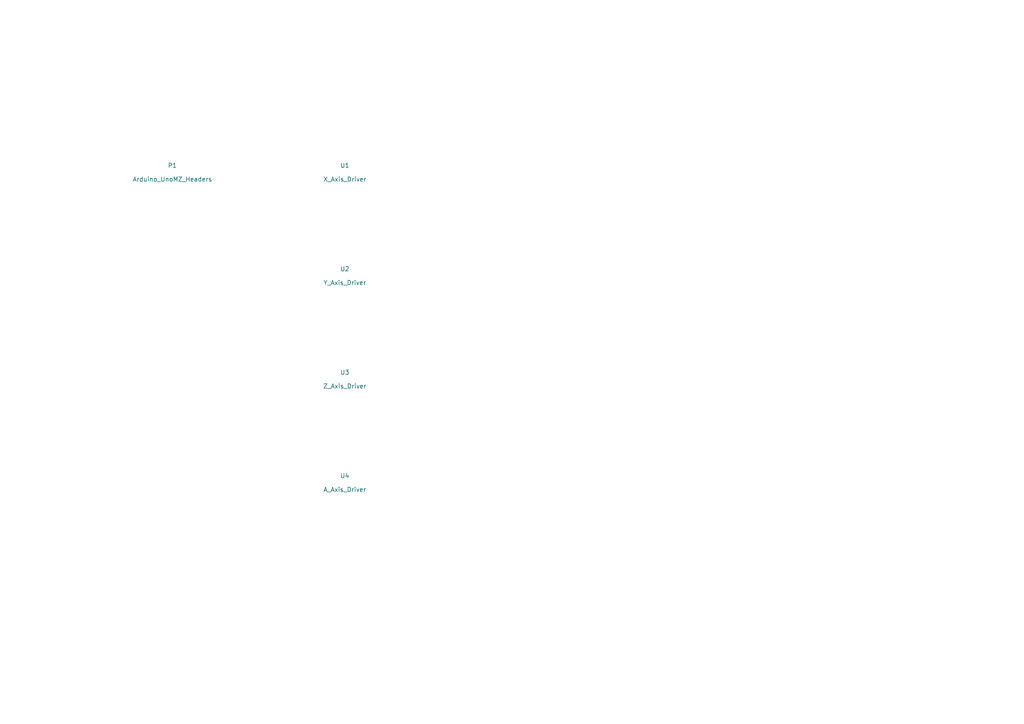
<source format=kicad_sch>
(kicad_sch (version 20211123) (generator eeschema)
  (paper "A4")
  (title_block (title "CNC Shield for Arduino UnoMZ") (date "2025-12-24") (rev "1.0") (company "CNC Shield Project"))
  (lib_symbols
    (symbol "Connector:Arduino_Uno_Shield" (pin_names (offset 1.016))
      (property "Reference" "P" (at 0 0 0))
      (property "Value" "Arduino_Uno_Shield" (at 0 -2.54 0))
    )
    (symbol "Driver_Motor:A4988" (pin_names (offset 1.016))
      (property "Reference" "U" (at 0 0 0))
      (property "Value" "A4988" (at 0 -2.54 0))
    )
  )
  (symbol (lib_id "Connector:Arduino_Uno_Shield") (at 50 50 0) (unit 1)
    (property "Reference" "P1" (at 50 48 0))
    (property "Value" "Arduino_UnoMZ_Headers" (at 50 52 0))
  )
  (symbol (lib_id "Driver_Motor:A4988") (at 100 50 0) (unit 1)
    (property "Reference" "U1" (at 100 48 0))
    (property "Value" "X_Axis_Driver" (at 100 52 0))
  )
  (symbol (lib_id "Driver_Motor:A4988") (at 100 80 0) (unit 1)
    (property "Reference" "U2" (at 100 78 0))
    (property "Value" "Y_Axis_Driver" (at 100 82 0))
  )
  (symbol (lib_id "Driver_Motor:A4988") (at 100 110 0) (unit 1)
    (property "Reference" "U3" (at 100 108 0))
    (property "Value" "Z_Axis_Driver" (at 100 112 0))
  )
  (symbol (lib_id "Driver_Motor:A4988") (at 100 140 0) (unit 1)
    (property "Reference" "U4" (at 100 138 0))
    (property "Value" "A_Axis_Driver" (at 100 142 0))
  )
)
</source>
